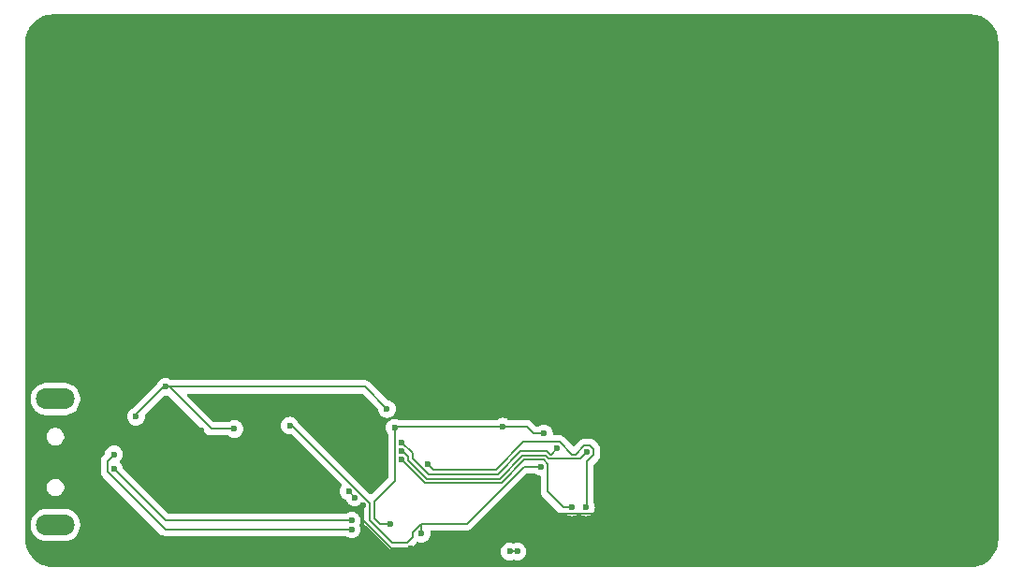
<source format=gbr>
%TF.GenerationSoftware,KiCad,Pcbnew,8.0.3*%
%TF.CreationDate,2024-09-04T14:49:45-07:00*%
%TF.ProjectId,BusinessCard,42757369-6e65-4737-9343-6172642e6b69,rev?*%
%TF.SameCoordinates,Original*%
%TF.FileFunction,Copper,L2,Bot*%
%TF.FilePolarity,Positive*%
%FSLAX46Y46*%
G04 Gerber Fmt 4.6, Leading zero omitted, Abs format (unit mm)*
G04 Created by KiCad (PCBNEW 8.0.3) date 2024-09-04 14:49:45*
%MOMM*%
%LPD*%
G01*
G04 APERTURE LIST*
%TA.AperFunction,ComponentPad*%
%ADD10O,3.500000X1.900000*%
%TD*%
%TA.AperFunction,ViaPad*%
%ADD11C,0.600000*%
%TD*%
%TA.AperFunction,Conductor*%
%ADD12C,0.200000*%
%TD*%
G04 APERTURE END LIST*
D10*
%TO.P,J1,5,Shield*%
%TO.N,GND*%
X189700000Y-114700000D03*
X189700000Y-103300000D03*
%TD*%
D11*
%TO.N,+3V3*%
X238900000Y-113200000D03*
X217550002Y-112950003D03*
X226500000Y-102300000D03*
X233100000Y-113600000D03*
X221900000Y-116800000D03*
X229100000Y-117800000D03*
X202900000Y-106100000D03*
%TO.N,+1V1*%
X233900000Y-106400000D03*
X230200000Y-105800000D03*
X220000000Y-114600000D03*
X220400000Y-105900000D03*
%TO.N,GND*%
X199651583Y-102198039D03*
X216250000Y-111650000D03*
X219700000Y-104200000D03*
X205900000Y-106000000D03*
X197000000Y-104900000D03*
X231500000Y-117100000D03*
X230800000Y-117100000D03*
X216800000Y-112200000D03*
%TO.N,+2V5*%
X210900000Y-105700000D03*
X233600000Y-109400000D03*
X222824265Y-115475735D03*
%TO.N,SPI_MISO*%
X221000000Y-107999997D03*
X237800000Y-108100000D03*
%TO.N,SPI_MOSI*%
X221000000Y-108800000D03*
X236400000Y-113100000D03*
%TO.N,USB_DN*%
X216500000Y-114300000D03*
X195000000Y-109600000D03*
%TO.N,USB_DP*%
X195000000Y-108300000D03*
X216500000Y-115100003D03*
%TO.N,SPI_CLK*%
X237700000Y-113100000D03*
X223355625Y-109175724D03*
%TO.N,SPI_CS*%
X221000000Y-107199994D03*
X235075735Y-107775735D03*
%TD*%
D12*
%TO.N,+3V3*%
X224000000Y-117800000D02*
X228200000Y-117800000D01*
X223000000Y-116800000D02*
X224000000Y-117800000D01*
X229100000Y-117800000D02*
X229100000Y-117700000D01*
X229100000Y-117700000D02*
X228700000Y-117300000D01*
X229400000Y-117300000D02*
X228700000Y-117300000D01*
X238900000Y-113200000D02*
X238400000Y-113700000D01*
X233100000Y-113600000D02*
X229400000Y-117300000D01*
X221900000Y-116800000D02*
X223000000Y-116800000D01*
X217550002Y-114250002D02*
X220100000Y-116800000D01*
X228200000Y-117800000D02*
X228700000Y-117300000D01*
X233200000Y-113700000D02*
X233100000Y-113600000D01*
X238400000Y-113700000D02*
X233200000Y-113700000D01*
X220100000Y-116800000D02*
X221900000Y-116800000D01*
X217550002Y-112950003D02*
X217550002Y-114250002D01*
%TO.N,+1V1*%
X220400000Y-110685790D02*
X220400000Y-105900000D01*
X233900000Y-106400000D02*
X232948529Y-106400000D01*
X220500000Y-105800000D02*
X220400000Y-105900000D01*
X220000000Y-114600000D02*
X219065686Y-114600000D01*
X232948529Y-106400000D02*
X232348529Y-105800000D01*
X230200000Y-105800000D02*
X220500000Y-105800000D01*
X218550002Y-112535788D02*
X220400000Y-110685790D01*
X218550002Y-114084316D02*
X218550002Y-112535788D01*
X232348529Y-105800000D02*
X230200000Y-105800000D01*
X219065686Y-114600000D02*
X218550002Y-114084316D01*
%TO.N,GND*%
X199651583Y-102198039D02*
X199998039Y-102198039D01*
X197000000Y-104700000D02*
X197000000Y-104900000D01*
X199651583Y-102198039D02*
X199501961Y-102198039D01*
X203800000Y-106000000D02*
X205900000Y-106000000D01*
X217698039Y-102198039D02*
X199651583Y-102198039D01*
X199501961Y-102198039D02*
X197000000Y-104700000D01*
X219700000Y-104200000D02*
X217698039Y-102198039D01*
X216250000Y-111650000D02*
X216800000Y-112200000D01*
X199998039Y-102198039D02*
X203800000Y-106000000D01*
X231500000Y-117100000D02*
X230800000Y-117100000D01*
%TO.N,+2V5*%
X226924264Y-114575736D02*
X222824265Y-114575736D01*
X222000001Y-115799999D02*
X221500000Y-116300000D01*
X211148528Y-105700000D02*
X210900000Y-105700000D01*
X220200000Y-116300000D02*
X218150002Y-114250002D01*
X218150002Y-114250002D02*
X218150002Y-112701474D01*
X222000001Y-115400000D02*
X222000001Y-115799999D01*
X233600000Y-109400000D02*
X232100000Y-109400000D01*
X221500000Y-116300000D02*
X220200000Y-116300000D01*
X218150002Y-112701474D02*
X211148528Y-105700000D01*
X222824265Y-115475735D02*
X222824265Y-114575736D01*
X222824265Y-114575736D02*
X222000001Y-115400000D01*
X232100000Y-109400000D02*
X226924264Y-114575736D01*
%TO.N,SPI_MISO*%
X234314215Y-108700000D02*
X234014215Y-108400000D01*
X237200000Y-108700000D02*
X234314215Y-108700000D01*
X223265686Y-110500000D02*
X221600000Y-108834314D01*
X231968628Y-108400000D02*
X229868628Y-110500000D01*
X229868628Y-110500000D02*
X223265686Y-110500000D01*
X221600000Y-108551471D02*
X221248529Y-108200000D01*
X221600000Y-108834314D02*
X221600000Y-108551471D01*
X237800000Y-108100000D02*
X237200000Y-108700000D01*
X234014215Y-108400000D02*
X231968628Y-108400000D01*
X221200003Y-108200000D02*
X221000000Y-107999997D01*
X221248529Y-108200000D02*
X221200003Y-108200000D01*
%TO.N,SPI_MOSI*%
X230034314Y-110900000D02*
X232134314Y-108800000D01*
X223100000Y-110900000D02*
X230034314Y-110900000D01*
X232134314Y-108800000D02*
X233848529Y-108800000D01*
X234200000Y-111675736D02*
X235624264Y-113100000D01*
X234200000Y-109151471D02*
X234200000Y-111675736D01*
X221000000Y-108800000D02*
X223100000Y-110900000D01*
X233848529Y-108800000D02*
X234200000Y-109151471D01*
X235624264Y-113100000D02*
X236400000Y-113100000D01*
%TO.N,USB_DN*%
X199700000Y-114300000D02*
X195000000Y-109600000D01*
X216500000Y-114300000D02*
X199700000Y-114300000D01*
%TO.N,USB_DP*%
X194400000Y-109848529D02*
X194400000Y-108900000D01*
X216500000Y-115100003D02*
X199651474Y-115100003D01*
X194400000Y-108900000D02*
X195000000Y-108300000D01*
X199651474Y-115100003D02*
X194400000Y-109848529D01*
%TO.N,SPI_CLK*%
X238400000Y-108348529D02*
X237800000Y-108948529D01*
X235324264Y-107175735D02*
X236448529Y-108300000D01*
X238048529Y-107500000D02*
X238400000Y-107851471D01*
X232061521Y-107175735D02*
X235324264Y-107175735D01*
X238400000Y-107851471D02*
X238400000Y-108348529D01*
X223879901Y-109700000D02*
X229537256Y-109700000D01*
X237800000Y-113000000D02*
X237700000Y-113100000D01*
X237551471Y-107500000D02*
X238048529Y-107500000D01*
X229537256Y-109700000D02*
X232061521Y-107175735D01*
X237800000Y-108948529D02*
X237800000Y-113000000D01*
X223355625Y-109175724D02*
X223879901Y-109700000D01*
X236448529Y-108300000D02*
X236751471Y-108300000D01*
X236751471Y-108300000D02*
X237551471Y-107500000D01*
%TO.N,SPI_CS*%
X231802942Y-108000000D02*
X229702942Y-110100000D01*
X222000000Y-108668628D02*
X222000000Y-108151468D01*
X223431372Y-110100000D02*
X222000000Y-108668628D01*
X235075735Y-107775735D02*
X234551470Y-108300000D01*
X234179901Y-108000000D02*
X231802942Y-108000000D01*
X221048526Y-107199994D02*
X221000000Y-107199994D01*
X234551470Y-108300000D02*
X234479901Y-108300000D01*
X234479901Y-108300000D02*
X234179901Y-108000000D01*
X222000000Y-108151468D02*
X221048526Y-107199994D01*
X229702942Y-110100000D02*
X223431372Y-110100000D01*
%TD*%
%TA.AperFunction,Conductor*%
%TO.N,+3V3*%
G36*
X272503736Y-68500726D02*
G01*
X272793796Y-68518271D01*
X272808659Y-68520076D01*
X273090798Y-68571780D01*
X273105335Y-68575363D01*
X273379172Y-68660695D01*
X273393163Y-68666000D01*
X273654743Y-68783727D01*
X273667989Y-68790680D01*
X273913465Y-68939075D01*
X273925776Y-68947573D01*
X274151573Y-69124473D01*
X274162781Y-69134403D01*
X274365596Y-69337218D01*
X274375526Y-69348426D01*
X274495481Y-69501538D01*
X274552422Y-69574217D01*
X274560928Y-69586540D01*
X274709316Y-69832004D01*
X274716275Y-69845263D01*
X274833997Y-70106831D01*
X274839306Y-70120832D01*
X274924635Y-70394663D01*
X274928219Y-70409201D01*
X274979923Y-70691340D01*
X274981728Y-70706205D01*
X274999274Y-70996263D01*
X274999500Y-71003750D01*
X274999500Y-115996249D01*
X274999274Y-116003736D01*
X274981728Y-116293794D01*
X274979923Y-116308659D01*
X274928219Y-116590798D01*
X274924635Y-116605336D01*
X274839306Y-116879167D01*
X274833997Y-116893168D01*
X274716275Y-117154736D01*
X274709316Y-117167995D01*
X274560928Y-117413459D01*
X274552422Y-117425782D01*
X274375526Y-117651573D01*
X274365596Y-117662781D01*
X274162781Y-117865596D01*
X274151573Y-117875526D01*
X273925782Y-118052422D01*
X273913459Y-118060928D01*
X273667995Y-118209316D01*
X273654736Y-118216275D01*
X273393168Y-118333997D01*
X273379167Y-118339306D01*
X273105336Y-118424635D01*
X273090798Y-118428219D01*
X272808659Y-118479923D01*
X272793794Y-118481728D01*
X272503736Y-118499274D01*
X272496249Y-118499500D01*
X189503751Y-118499500D01*
X189496264Y-118499274D01*
X189206205Y-118481728D01*
X189191340Y-118479923D01*
X188909201Y-118428219D01*
X188894663Y-118424635D01*
X188620832Y-118339306D01*
X188606831Y-118333997D01*
X188345263Y-118216275D01*
X188332004Y-118209316D01*
X188086540Y-118060928D01*
X188074217Y-118052422D01*
X187848426Y-117875526D01*
X187837218Y-117865596D01*
X187634403Y-117662781D01*
X187624473Y-117651573D01*
X187585840Y-117602262D01*
X187447573Y-117425776D01*
X187439075Y-117413465D01*
X187290680Y-117167989D01*
X187283727Y-117154743D01*
X187259088Y-117099996D01*
X229994435Y-117099996D01*
X229994435Y-117100003D01*
X230014630Y-117279249D01*
X230014631Y-117279254D01*
X230074211Y-117449523D01*
X230104962Y-117498462D01*
X230170184Y-117602262D01*
X230297738Y-117729816D01*
X230450478Y-117825789D01*
X230592618Y-117875526D01*
X230620745Y-117885368D01*
X230620750Y-117885369D01*
X230799996Y-117905565D01*
X230800000Y-117905565D01*
X230800004Y-117905565D01*
X230979249Y-117885369D01*
X230979251Y-117885368D01*
X230979255Y-117885368D01*
X230979258Y-117885366D01*
X230979262Y-117885366D01*
X231109045Y-117839953D01*
X231178824Y-117836391D01*
X231190955Y-117839953D01*
X231320737Y-117885366D01*
X231320743Y-117885367D01*
X231320745Y-117885368D01*
X231320746Y-117885368D01*
X231320750Y-117885369D01*
X231499996Y-117905565D01*
X231500000Y-117905565D01*
X231500004Y-117905565D01*
X231679249Y-117885369D01*
X231679252Y-117885368D01*
X231679255Y-117885368D01*
X231849522Y-117825789D01*
X232002262Y-117729816D01*
X232129816Y-117602262D01*
X232225789Y-117449522D01*
X232285368Y-117279255D01*
X232305565Y-117100000D01*
X232285368Y-116920745D01*
X232225789Y-116750478D01*
X232129816Y-116597738D01*
X232002262Y-116470184D01*
X231849523Y-116374211D01*
X231679254Y-116314631D01*
X231679249Y-116314630D01*
X231500004Y-116294435D01*
X231499996Y-116294435D01*
X231320750Y-116314630D01*
X231320742Y-116314632D01*
X231190954Y-116360047D01*
X231121175Y-116363608D01*
X231109046Y-116360047D01*
X230979257Y-116314632D01*
X230979249Y-116314630D01*
X230800004Y-116294435D01*
X230799996Y-116294435D01*
X230620750Y-116314630D01*
X230620745Y-116314631D01*
X230450476Y-116374211D01*
X230297737Y-116470184D01*
X230170184Y-116597737D01*
X230074211Y-116750476D01*
X230014631Y-116920745D01*
X230014630Y-116920750D01*
X229994435Y-117099996D01*
X187259088Y-117099996D01*
X187166000Y-116893163D01*
X187160693Y-116879167D01*
X187154588Y-116859576D01*
X187075363Y-116605335D01*
X187071780Y-116590798D01*
X187020076Y-116308659D01*
X187018271Y-116293794D01*
X187016293Y-116261101D01*
X187000726Y-116003736D01*
X187000500Y-115996249D01*
X187000500Y-114585837D01*
X187449500Y-114585837D01*
X187449500Y-114814162D01*
X187485215Y-115039660D01*
X187555770Y-115256803D01*
X187631521Y-115405471D01*
X187659421Y-115460228D01*
X187793621Y-115644937D01*
X187955063Y-115806379D01*
X188139772Y-115940579D01*
X188213209Y-115977997D01*
X188343196Y-116044229D01*
X188343198Y-116044229D01*
X188343201Y-116044231D01*
X188459592Y-116082049D01*
X188560339Y-116114784D01*
X188785838Y-116150500D01*
X188785843Y-116150500D01*
X190614162Y-116150500D01*
X190839660Y-116114784D01*
X190868079Y-116105550D01*
X191056799Y-116044231D01*
X191260228Y-115940579D01*
X191444937Y-115806379D01*
X191606379Y-115644937D01*
X191740579Y-115460228D01*
X191844231Y-115256799D01*
X191914784Y-115039660D01*
X191916111Y-115031282D01*
X191950500Y-114814162D01*
X191950500Y-114585837D01*
X191914784Y-114360339D01*
X191864967Y-114207020D01*
X191844231Y-114143201D01*
X191844229Y-114143198D01*
X191844229Y-114143196D01*
X191789550Y-114035884D01*
X191740579Y-113939772D01*
X191606379Y-113755063D01*
X191444937Y-113593621D01*
X191260228Y-113459421D01*
X191240800Y-113449522D01*
X191056803Y-113355770D01*
X190839660Y-113285215D01*
X190614162Y-113249500D01*
X190614157Y-113249500D01*
X188785843Y-113249500D01*
X188785838Y-113249500D01*
X188560339Y-113285215D01*
X188343196Y-113355770D01*
X188139771Y-113459421D01*
X187955061Y-113593622D01*
X187793622Y-113755061D01*
X187659421Y-113939771D01*
X187555770Y-114143196D01*
X187485215Y-114360339D01*
X187449500Y-114585837D01*
X187000500Y-114585837D01*
X187000500Y-111221153D01*
X188899500Y-111221153D01*
X188899500Y-111378846D01*
X188930261Y-111533489D01*
X188930264Y-111533501D01*
X188990602Y-111679172D01*
X188990609Y-111679185D01*
X189078210Y-111810288D01*
X189078213Y-111810292D01*
X189189707Y-111921786D01*
X189189711Y-111921789D01*
X189320814Y-112009390D01*
X189320827Y-112009397D01*
X189466498Y-112069735D01*
X189466503Y-112069737D01*
X189621153Y-112100499D01*
X189621156Y-112100500D01*
X189621158Y-112100500D01*
X189778844Y-112100500D01*
X189778845Y-112100499D01*
X189933497Y-112069737D01*
X190079179Y-112009394D01*
X190210289Y-111921789D01*
X190321789Y-111810289D01*
X190409394Y-111679179D01*
X190469737Y-111533497D01*
X190500500Y-111378842D01*
X190500500Y-111221158D01*
X190500500Y-111221155D01*
X190500499Y-111221153D01*
X190469738Y-111066510D01*
X190469737Y-111066503D01*
X190428814Y-110967705D01*
X190409397Y-110920827D01*
X190409390Y-110920814D01*
X190321789Y-110789711D01*
X190321786Y-110789707D01*
X190210292Y-110678213D01*
X190210288Y-110678210D01*
X190079185Y-110590609D01*
X190079172Y-110590602D01*
X189933501Y-110530264D01*
X189933489Y-110530261D01*
X189778845Y-110499500D01*
X189778842Y-110499500D01*
X189621158Y-110499500D01*
X189621155Y-110499500D01*
X189466510Y-110530261D01*
X189466498Y-110530264D01*
X189320827Y-110590602D01*
X189320814Y-110590609D01*
X189189711Y-110678210D01*
X189189707Y-110678213D01*
X189078213Y-110789707D01*
X189078210Y-110789711D01*
X188990609Y-110920814D01*
X188990602Y-110920827D01*
X188930264Y-111066498D01*
X188930261Y-111066510D01*
X188899500Y-111221153D01*
X187000500Y-111221153D01*
X187000500Y-109927583D01*
X193799498Y-109927583D01*
X193799499Y-109927586D01*
X193840423Y-110080314D01*
X193843296Y-110085290D01*
X193843297Y-110085291D01*
X193843297Y-110085292D01*
X193919477Y-110217241D01*
X193919481Y-110217246D01*
X194038349Y-110336114D01*
X194038354Y-110336118D01*
X199282758Y-115580523D01*
X199282760Y-115580524D01*
X199282764Y-115580527D01*
X199394327Y-115644937D01*
X199419690Y-115659580D01*
X199572417Y-115700504D01*
X199572419Y-115700504D01*
X199738128Y-115700504D01*
X199738144Y-115700503D01*
X215917588Y-115700503D01*
X215984627Y-115720188D01*
X215994903Y-115727558D01*
X215997736Y-115729817D01*
X215997738Y-115729819D01*
X216111270Y-115801155D01*
X216149626Y-115825257D01*
X216150478Y-115825792D01*
X216320745Y-115885371D01*
X216320750Y-115885372D01*
X216499996Y-115905568D01*
X216500000Y-115905568D01*
X216500004Y-115905568D01*
X216679249Y-115885372D01*
X216679252Y-115885371D01*
X216679255Y-115885371D01*
X216849522Y-115825792D01*
X217002262Y-115729819D01*
X217129816Y-115602265D01*
X217225789Y-115449525D01*
X217285368Y-115279258D01*
X217287898Y-115256803D01*
X217305565Y-115100006D01*
X217305565Y-115099999D01*
X217285369Y-114920753D01*
X217285368Y-114920748D01*
X217223489Y-114743908D01*
X217225635Y-114743156D01*
X217216037Y-114684857D01*
X217224391Y-114656410D01*
X217223489Y-114656095D01*
X217285366Y-114479262D01*
X217285369Y-114479249D01*
X217302636Y-114325999D01*
X217312836Y-114301723D01*
X217306524Y-114291901D01*
X217302281Y-114270849D01*
X217285369Y-114120750D01*
X217285368Y-114120745D01*
X217225789Y-113950478D01*
X217219061Y-113939771D01*
X217153594Y-113835581D01*
X217129816Y-113797738D01*
X217002262Y-113670184D01*
X216985381Y-113659577D01*
X216849523Y-113574211D01*
X216679254Y-113514631D01*
X216679249Y-113514630D01*
X216500004Y-113494435D01*
X216499996Y-113494435D01*
X216320750Y-113514630D01*
X216320745Y-113514631D01*
X216150476Y-113574211D01*
X215997736Y-113670185D01*
X215994903Y-113672445D01*
X215992724Y-113673334D01*
X215991842Y-113673889D01*
X215991744Y-113673734D01*
X215930217Y-113698855D01*
X215917588Y-113699500D01*
X200000098Y-113699500D01*
X199933059Y-113679815D01*
X199912417Y-113663181D01*
X195830700Y-109581465D01*
X195797215Y-109520142D01*
X195795163Y-109507686D01*
X195785368Y-109420745D01*
X195725789Y-109250478D01*
X195629816Y-109097738D01*
X195569759Y-109037681D01*
X195536274Y-108976358D01*
X195541258Y-108906666D01*
X195569759Y-108862319D01*
X195592825Y-108839253D01*
X195629816Y-108802262D01*
X195725789Y-108649522D01*
X195785368Y-108479255D01*
X195785369Y-108479249D01*
X195805565Y-108300003D01*
X195805565Y-108299996D01*
X195785369Y-108120750D01*
X195785368Y-108120745D01*
X195725788Y-107950476D01*
X195629815Y-107797737D01*
X195502262Y-107670184D01*
X195349523Y-107574211D01*
X195179254Y-107514631D01*
X195179249Y-107514630D01*
X195000004Y-107494435D01*
X194999996Y-107494435D01*
X194820750Y-107514630D01*
X194820745Y-107514631D01*
X194650476Y-107574211D01*
X194497737Y-107670184D01*
X194370184Y-107797737D01*
X194274210Y-107950478D01*
X194214630Y-108120750D01*
X194204837Y-108207668D01*
X194177770Y-108272082D01*
X194169299Y-108281465D01*
X194031286Y-108419478D01*
X193919481Y-108531282D01*
X193919475Y-108531290D01*
X193878501Y-108602261D01*
X193878501Y-108602262D01*
X193840423Y-108668215D01*
X193799499Y-108820943D01*
X193799499Y-108820945D01*
X193799499Y-108989046D01*
X193799500Y-108989059D01*
X193799500Y-109761859D01*
X193799499Y-109761877D01*
X193799499Y-109927583D01*
X193799498Y-109927583D01*
X187000500Y-109927583D01*
X187000500Y-106621153D01*
X188899500Y-106621153D01*
X188899500Y-106778846D01*
X188930261Y-106933489D01*
X188930264Y-106933501D01*
X188990602Y-107079172D01*
X188990609Y-107079185D01*
X189078210Y-107210288D01*
X189078213Y-107210292D01*
X189189707Y-107321786D01*
X189189711Y-107321789D01*
X189320814Y-107409390D01*
X189320827Y-107409397D01*
X189466498Y-107469735D01*
X189466503Y-107469737D01*
X189621153Y-107500499D01*
X189621156Y-107500500D01*
X189621158Y-107500500D01*
X189778844Y-107500500D01*
X189778845Y-107500499D01*
X189933497Y-107469737D01*
X190079179Y-107409394D01*
X190210289Y-107321789D01*
X190321789Y-107210289D01*
X190409394Y-107079179D01*
X190469737Y-106933497D01*
X190500500Y-106778842D01*
X190500500Y-106621158D01*
X190500500Y-106621155D01*
X190500499Y-106621153D01*
X190488250Y-106559575D01*
X190469737Y-106466503D01*
X190469735Y-106466498D01*
X190409397Y-106320827D01*
X190409390Y-106320814D01*
X190321789Y-106189711D01*
X190321786Y-106189707D01*
X190210292Y-106078213D01*
X190210288Y-106078210D01*
X190079185Y-105990609D01*
X190079172Y-105990602D01*
X189933501Y-105930264D01*
X189933489Y-105930261D01*
X189778845Y-105899500D01*
X189778842Y-105899500D01*
X189621158Y-105899500D01*
X189621155Y-105899500D01*
X189466510Y-105930261D01*
X189466498Y-105930264D01*
X189320827Y-105990602D01*
X189320814Y-105990609D01*
X189189711Y-106078210D01*
X189189707Y-106078213D01*
X189078213Y-106189707D01*
X189078210Y-106189711D01*
X188990609Y-106320814D01*
X188990602Y-106320827D01*
X188930264Y-106466498D01*
X188930261Y-106466510D01*
X188899500Y-106621153D01*
X187000500Y-106621153D01*
X187000500Y-104899996D01*
X196194435Y-104899996D01*
X196194435Y-104900003D01*
X196214630Y-105079249D01*
X196214631Y-105079254D01*
X196274211Y-105249523D01*
X196337646Y-105350478D01*
X196370184Y-105402262D01*
X196497738Y-105529816D01*
X196588080Y-105586582D01*
X196632721Y-105614632D01*
X196650478Y-105625789D01*
X196788860Y-105674211D01*
X196820745Y-105685368D01*
X196820750Y-105685369D01*
X196999996Y-105705565D01*
X197000000Y-105705565D01*
X197000004Y-105705565D01*
X197179249Y-105685369D01*
X197179252Y-105685368D01*
X197179255Y-105685368D01*
X197349522Y-105625789D01*
X197502262Y-105529816D01*
X197629816Y-105402262D01*
X197725789Y-105249522D01*
X197785368Y-105079255D01*
X197785369Y-105079249D01*
X197805565Y-104900003D01*
X197805565Y-104899997D01*
X197796420Y-104818839D01*
X197808474Y-104750018D01*
X197831956Y-104717277D01*
X199514135Y-103035098D01*
X199575456Y-103001615D01*
X199615698Y-102999561D01*
X199651580Y-103003604D01*
X199651583Y-103003604D01*
X199651587Y-103003604D01*
X199830832Y-102983408D01*
X199830833Y-102983407D01*
X199830838Y-102983407D01*
X199833844Y-102982354D01*
X199835909Y-102982249D01*
X199837620Y-102981859D01*
X199837688Y-102982158D01*
X199903621Y-102978792D01*
X199962480Y-103011715D01*
X203315139Y-106364374D01*
X203315149Y-106364385D01*
X203319479Y-106368715D01*
X203319480Y-106368716D01*
X203431284Y-106480520D01*
X203509693Y-106525789D01*
X203568215Y-106559577D01*
X203720943Y-106600501D01*
X203720946Y-106600501D01*
X203886654Y-106600501D01*
X203886670Y-106600500D01*
X205317588Y-106600500D01*
X205384627Y-106620185D01*
X205394903Y-106627555D01*
X205397736Y-106629814D01*
X205397738Y-106629816D01*
X205550478Y-106725789D01*
X205702106Y-106778846D01*
X205720745Y-106785368D01*
X205720750Y-106785369D01*
X205899996Y-106805565D01*
X205900000Y-106805565D01*
X205900004Y-106805565D01*
X206079249Y-106785369D01*
X206079252Y-106785368D01*
X206079255Y-106785368D01*
X206249522Y-106725789D01*
X206402262Y-106629816D01*
X206529816Y-106502262D01*
X206625789Y-106349522D01*
X206685368Y-106179255D01*
X206685369Y-106179249D01*
X206705565Y-106000003D01*
X206705565Y-105999996D01*
X206685369Y-105820750D01*
X206685368Y-105820745D01*
X206645065Y-105705565D01*
X206643116Y-105699996D01*
X210094435Y-105699996D01*
X210094435Y-105700003D01*
X210114630Y-105879249D01*
X210114631Y-105879254D01*
X210174211Y-106049523D01*
X210255724Y-106179249D01*
X210270184Y-106202262D01*
X210397738Y-106329816D01*
X210452737Y-106364374D01*
X210513036Y-106402263D01*
X210550478Y-106425789D01*
X210666818Y-106466498D01*
X210720745Y-106485368D01*
X210720750Y-106485369D01*
X210899996Y-106505565D01*
X210900000Y-106505565D01*
X210900002Y-106505565D01*
X210934485Y-106501679D01*
X211024775Y-106491506D01*
X211093595Y-106503560D01*
X211126338Y-106527045D01*
X215599208Y-110999915D01*
X215632693Y-111061238D01*
X215627709Y-111130930D01*
X215616521Y-111153566D01*
X215608514Y-111166311D01*
X215524211Y-111300476D01*
X215464631Y-111470745D01*
X215464630Y-111470750D01*
X215444435Y-111649996D01*
X215444435Y-111650003D01*
X215464630Y-111829249D01*
X215464631Y-111829254D01*
X215524211Y-111999523D01*
X215587659Y-112100499D01*
X215620184Y-112152262D01*
X215747738Y-112279816D01*
X215838080Y-112336582D01*
X215897966Y-112374211D01*
X215900478Y-112375789D01*
X215972811Y-112401099D01*
X216029587Y-112441821D01*
X216048898Y-112477185D01*
X216074210Y-112549520D01*
X216074210Y-112549522D01*
X216152744Y-112674507D01*
X216170184Y-112702262D01*
X216297738Y-112829816D01*
X216331121Y-112850792D01*
X216442450Y-112920745D01*
X216450478Y-112925789D01*
X216591724Y-112975213D01*
X216620745Y-112985368D01*
X216620750Y-112985369D01*
X216799996Y-113005565D01*
X216800000Y-113005565D01*
X216800004Y-113005565D01*
X216979249Y-112985369D01*
X216979252Y-112985368D01*
X216979255Y-112985368D01*
X217149522Y-112925789D01*
X217296432Y-112833478D01*
X217363668Y-112814479D01*
X217430504Y-112834847D01*
X217450085Y-112850792D01*
X217513183Y-112913890D01*
X217546668Y-112975213D01*
X217549502Y-113001571D01*
X217549502Y-114163332D01*
X217549501Y-114163350D01*
X217549501Y-114256966D01*
X217537608Y-114297468D01*
X217547996Y-114318488D01*
X217548795Y-114323695D01*
X217549500Y-114329055D01*
X217549501Y-114329058D01*
X217549501Y-114329059D01*
X217590425Y-114481787D01*
X217613032Y-114520943D01*
X217650502Y-114585843D01*
X217669481Y-114618716D01*
X217669483Y-114618719D01*
X217788351Y-114737587D01*
X217788357Y-114737592D01*
X219715139Y-116664374D01*
X219715149Y-116664385D01*
X219719479Y-116668715D01*
X219719480Y-116668716D01*
X219831284Y-116780520D01*
X219918095Y-116830639D01*
X219918097Y-116830641D01*
X219954361Y-116851578D01*
X219968215Y-116859577D01*
X220120943Y-116900501D01*
X220120946Y-116900501D01*
X220286653Y-116900501D01*
X220286669Y-116900500D01*
X221413331Y-116900500D01*
X221413347Y-116900501D01*
X221420943Y-116900501D01*
X221579054Y-116900501D01*
X221579057Y-116900501D01*
X221731785Y-116859577D01*
X221781904Y-116830639D01*
X221868716Y-116780520D01*
X221980520Y-116668716D01*
X221980520Y-116668714D01*
X221990728Y-116658507D01*
X221990730Y-116658504D01*
X222358505Y-116290728D01*
X222358515Y-116290721D01*
X222399624Y-116249612D01*
X222460946Y-116216126D01*
X222528261Y-116220251D01*
X222645002Y-116261101D01*
X222645008Y-116261102D01*
X222645010Y-116261103D01*
X222645011Y-116261103D01*
X222645015Y-116261104D01*
X222824261Y-116281300D01*
X222824265Y-116281300D01*
X222824269Y-116281300D01*
X223003514Y-116261104D01*
X223003517Y-116261103D01*
X223003520Y-116261103D01*
X223173787Y-116201524D01*
X223326527Y-116105551D01*
X223454081Y-115977997D01*
X223550054Y-115825257D01*
X223609633Y-115654990D01*
X223618023Y-115580527D01*
X223629830Y-115475738D01*
X223629830Y-115475731D01*
X223611621Y-115314119D01*
X223623676Y-115245297D01*
X223671025Y-115193918D01*
X223734841Y-115176236D01*
X226837595Y-115176236D01*
X226837611Y-115176237D01*
X226845207Y-115176237D01*
X227003318Y-115176237D01*
X227003321Y-115176237D01*
X227156049Y-115135313D01*
X227206168Y-115106375D01*
X227292980Y-115056256D01*
X227404784Y-114944452D01*
X227404784Y-114944450D01*
X227414992Y-114934243D01*
X227414993Y-114934240D01*
X232312416Y-110036819D01*
X232373739Y-110003334D01*
X232400097Y-110000500D01*
X233017588Y-110000500D01*
X233084627Y-110020185D01*
X233094903Y-110027555D01*
X233097736Y-110029814D01*
X233097738Y-110029816D01*
X233250478Y-110125789D01*
X233420745Y-110185368D01*
X233489384Y-110193101D01*
X233553796Y-110220166D01*
X233593352Y-110277760D01*
X233599500Y-110316321D01*
X233599500Y-111589066D01*
X233599499Y-111589084D01*
X233599499Y-111754790D01*
X233599498Y-111754790D01*
X233640423Y-111907521D01*
X233644856Y-111915200D01*
X233667560Y-111954523D01*
X233699241Y-112009397D01*
X233719479Y-112044450D01*
X233719481Y-112044453D01*
X233838349Y-112163321D01*
X233838355Y-112163326D01*
X235139403Y-113464374D01*
X235139413Y-113464385D01*
X235143743Y-113468715D01*
X235143744Y-113468716D01*
X235255548Y-113580520D01*
X235255550Y-113580521D01*
X235255554Y-113580524D01*
X235360750Y-113641258D01*
X235392480Y-113659577D01*
X235495959Y-113687304D01*
X235545206Y-113700500D01*
X235545207Y-113700500D01*
X235817588Y-113700500D01*
X235884627Y-113720185D01*
X235894903Y-113727555D01*
X235897736Y-113729814D01*
X235897738Y-113729816D01*
X236005834Y-113797737D01*
X236032718Y-113814630D01*
X236050478Y-113825789D01*
X236182256Y-113871900D01*
X236220745Y-113885368D01*
X236220750Y-113885369D01*
X236399996Y-113905565D01*
X236400000Y-113905565D01*
X236400004Y-113905565D01*
X236579249Y-113885369D01*
X236579252Y-113885368D01*
X236579255Y-113885368D01*
X236749522Y-113825789D01*
X236902262Y-113729816D01*
X236962319Y-113669759D01*
X237023642Y-113636274D01*
X237093334Y-113641258D01*
X237137681Y-113669759D01*
X237197738Y-113729816D01*
X237284320Y-113784219D01*
X237332721Y-113814632D01*
X237350478Y-113825789D01*
X237482256Y-113871900D01*
X237520745Y-113885368D01*
X237520750Y-113885369D01*
X237699996Y-113905565D01*
X237700000Y-113905565D01*
X237700004Y-113905565D01*
X237879249Y-113885369D01*
X237879252Y-113885368D01*
X237879255Y-113885368D01*
X238049522Y-113825789D01*
X238202262Y-113729816D01*
X238329816Y-113602262D01*
X238425789Y-113449522D01*
X238485368Y-113279255D01*
X238505565Y-113100000D01*
X238492649Y-112985369D01*
X238485369Y-112920750D01*
X238485366Y-112920737D01*
X238425790Y-112750479D01*
X238419506Y-112740478D01*
X238400500Y-112674507D01*
X238400500Y-109248625D01*
X238420185Y-109181586D01*
X238436815Y-109160948D01*
X238758506Y-108839256D01*
X238758511Y-108839253D01*
X238768714Y-108829049D01*
X238768716Y-108829049D01*
X238880520Y-108717245D01*
X238930998Y-108629813D01*
X238959577Y-108580314D01*
X239000500Y-108427586D01*
X239000500Y-108269472D01*
X239000500Y-107772414D01*
X238980963Y-107699500D01*
X238959577Y-107619686D01*
X238916140Y-107544451D01*
X238880520Y-107482755D01*
X238768716Y-107370951D01*
X238768715Y-107370950D01*
X238764385Y-107366620D01*
X238764374Y-107366610D01*
X238536119Y-107138355D01*
X238536117Y-107138352D01*
X238417246Y-107019481D01*
X238417245Y-107019480D01*
X238313489Y-106959577D01*
X238313488Y-106959576D01*
X238280312Y-106940422D01*
X238224410Y-106925443D01*
X238127586Y-106899499D01*
X237969472Y-106899499D01*
X237961876Y-106899499D01*
X237961860Y-106899500D01*
X237638140Y-106899500D01*
X237638124Y-106899499D01*
X237630528Y-106899499D01*
X237472414Y-106899499D01*
X237392481Y-106920917D01*
X237319687Y-106940422D01*
X237286509Y-106959578D01*
X237286508Y-106959577D01*
X237182758Y-107019477D01*
X237182753Y-107019481D01*
X237070949Y-107131286D01*
X236687680Y-107514554D01*
X236626357Y-107548039D01*
X236556665Y-107543055D01*
X236512318Y-107514554D01*
X235811854Y-106814090D01*
X235811852Y-106814087D01*
X235692981Y-106695216D01*
X235692980Y-106695215D01*
X235583116Y-106631785D01*
X235583114Y-106631784D01*
X235556049Y-106616158D01*
X235556048Y-106616157D01*
X235556047Y-106616157D01*
X235497613Y-106600500D01*
X235403321Y-106575234D01*
X235245207Y-106575234D01*
X235237611Y-106575234D01*
X235237595Y-106575235D01*
X234824577Y-106575235D01*
X234757538Y-106555550D01*
X234711783Y-106502746D01*
X234701357Y-106437352D01*
X234705565Y-106400003D01*
X234705565Y-106399996D01*
X234685369Y-106220750D01*
X234685368Y-106220745D01*
X234625789Y-106050478D01*
X234625188Y-106049522D01*
X234550253Y-105930263D01*
X234529816Y-105897738D01*
X234402262Y-105770184D01*
X234391117Y-105763181D01*
X234249523Y-105674211D01*
X234079254Y-105614631D01*
X234079249Y-105614630D01*
X233900004Y-105594435D01*
X233899996Y-105594435D01*
X233720750Y-105614630D01*
X233720745Y-105614631D01*
X233550476Y-105674211D01*
X233397736Y-105770185D01*
X233394903Y-105772445D01*
X233392724Y-105773334D01*
X233391842Y-105773889D01*
X233391744Y-105773734D01*
X233330217Y-105798855D01*
X233317588Y-105799500D01*
X233248626Y-105799500D01*
X233181587Y-105779815D01*
X233160945Y-105763181D01*
X232836119Y-105438355D01*
X232836117Y-105438352D01*
X232717246Y-105319481D01*
X232717245Y-105319480D01*
X232613489Y-105259577D01*
X232613488Y-105259576D01*
X232580312Y-105240422D01*
X232524410Y-105225443D01*
X232427586Y-105199499D01*
X232269472Y-105199499D01*
X232261876Y-105199499D01*
X232261860Y-105199500D01*
X230782412Y-105199500D01*
X230715373Y-105179815D01*
X230705097Y-105172445D01*
X230702263Y-105170185D01*
X230702262Y-105170184D01*
X230613850Y-105114631D01*
X230549523Y-105074211D01*
X230379254Y-105014631D01*
X230379249Y-105014630D01*
X230200004Y-104994435D01*
X230199996Y-104994435D01*
X230020750Y-105014630D01*
X230020745Y-105014631D01*
X229850476Y-105074211D01*
X229697736Y-105170185D01*
X229694903Y-105172445D01*
X229692724Y-105173334D01*
X229691842Y-105173889D01*
X229691744Y-105173734D01*
X229630217Y-105198855D01*
X229617588Y-105199500D01*
X220825494Y-105199500D01*
X220759523Y-105180494D01*
X220749525Y-105174212D01*
X220579254Y-105114631D01*
X220579249Y-105114630D01*
X220400004Y-105094435D01*
X220399996Y-105094435D01*
X220220750Y-105114630D01*
X220220742Y-105114632D01*
X220194860Y-105123689D01*
X220125081Y-105127250D01*
X220065589Y-105093171D01*
X220061368Y-105139043D01*
X220018366Y-105194112D01*
X220012066Y-105198345D01*
X219897740Y-105270182D01*
X219897737Y-105270184D01*
X219770184Y-105397737D01*
X219674211Y-105550476D01*
X219614631Y-105720745D01*
X219614630Y-105720750D01*
X219594435Y-105899996D01*
X219594435Y-105900003D01*
X219614630Y-106079249D01*
X219614631Y-106079254D01*
X219674211Y-106249523D01*
X219719007Y-106320814D01*
X219769482Y-106401145D01*
X219770185Y-106402263D01*
X219772445Y-106405097D01*
X219773334Y-106407275D01*
X219773889Y-106408158D01*
X219773734Y-106408255D01*
X219798855Y-106469783D01*
X219799500Y-106482412D01*
X219799500Y-110385693D01*
X219779815Y-110452732D01*
X219763181Y-110473374D01*
X218354840Y-111881715D01*
X218293517Y-111915200D01*
X218223825Y-111910216D01*
X218179478Y-111881715D01*
X211636118Y-105338355D01*
X211636116Y-105338352D01*
X211597708Y-105299944D01*
X211580395Y-105278235D01*
X211575336Y-105270184D01*
X211529816Y-105197738D01*
X211402262Y-105070184D01*
X211313852Y-105014632D01*
X211249523Y-104974211D01*
X211079254Y-104914631D01*
X211079249Y-104914630D01*
X210900004Y-104894435D01*
X210899996Y-104894435D01*
X210720750Y-104914630D01*
X210720745Y-104914631D01*
X210550476Y-104974211D01*
X210397737Y-105070184D01*
X210270184Y-105197737D01*
X210174211Y-105350476D01*
X210114631Y-105520745D01*
X210114630Y-105520750D01*
X210094435Y-105699996D01*
X206643116Y-105699996D01*
X206625789Y-105650478D01*
X206603265Y-105614632D01*
X206562955Y-105550478D01*
X206529816Y-105497738D01*
X206402262Y-105370184D01*
X206370897Y-105350476D01*
X206249523Y-105274211D01*
X206079254Y-105214631D01*
X206079249Y-105214630D01*
X205900004Y-105194435D01*
X205899996Y-105194435D01*
X205720750Y-105214630D01*
X205720745Y-105214631D01*
X205550476Y-105274211D01*
X205397736Y-105370185D01*
X205394903Y-105372445D01*
X205392724Y-105373334D01*
X205391842Y-105373889D01*
X205391744Y-105373734D01*
X205330217Y-105398855D01*
X205317588Y-105399500D01*
X204100097Y-105399500D01*
X204033058Y-105379815D01*
X204012416Y-105363181D01*
X201659455Y-103010220D01*
X201625970Y-102948897D01*
X201630954Y-102879205D01*
X201672826Y-102823272D01*
X201738290Y-102798855D01*
X201747136Y-102798539D01*
X217397942Y-102798539D01*
X217464981Y-102818224D01*
X217485623Y-102834858D01*
X218869298Y-104218533D01*
X218902783Y-104279856D01*
X218904837Y-104292330D01*
X218914630Y-104379249D01*
X218974210Y-104549521D01*
X219033719Y-104644229D01*
X219070184Y-104702262D01*
X219197738Y-104829816D01*
X219288080Y-104886582D01*
X219332721Y-104914632D01*
X219350478Y-104925789D01*
X219520739Y-104985366D01*
X219520745Y-104985368D01*
X219520750Y-104985369D01*
X219699996Y-105005565D01*
X219700000Y-105005565D01*
X219700004Y-105005565D01*
X219879249Y-104985369D01*
X219879251Y-104985368D01*
X219879255Y-104985368D01*
X219905135Y-104976311D01*
X219974913Y-104972748D01*
X220034409Y-105006826D01*
X220038633Y-104960952D01*
X220081636Y-104905884D01*
X220087934Y-104901653D01*
X220090565Y-104900000D01*
X220202262Y-104829816D01*
X220329816Y-104702262D01*
X220425789Y-104549522D01*
X220485368Y-104379255D01*
X220495162Y-104292330D01*
X220505565Y-104200003D01*
X220505565Y-104199996D01*
X220485369Y-104020750D01*
X220485368Y-104020745D01*
X220425788Y-103850476D01*
X220329815Y-103697737D01*
X220202262Y-103570184D01*
X220049521Y-103474210D01*
X219879249Y-103414630D01*
X219792330Y-103404837D01*
X219727916Y-103377770D01*
X219718533Y-103369298D01*
X218185629Y-101836394D01*
X218185627Y-101836391D01*
X218066756Y-101717520D01*
X218066748Y-101717514D01*
X217964975Y-101658756D01*
X217964973Y-101658755D01*
X217929829Y-101638464D01*
X217929828Y-101638463D01*
X217917302Y-101635106D01*
X217777096Y-101597538D01*
X217618982Y-101597538D01*
X217611386Y-101597538D01*
X217611370Y-101597539D01*
X200233995Y-101597539D01*
X200166956Y-101577854D01*
X200156680Y-101570484D01*
X200153846Y-101568224D01*
X200153845Y-101568223D01*
X200097079Y-101532554D01*
X200001106Y-101472250D01*
X199830837Y-101412670D01*
X199830832Y-101412669D01*
X199651587Y-101392474D01*
X199651579Y-101392474D01*
X199472333Y-101412669D01*
X199472328Y-101412670D01*
X199302059Y-101472250D01*
X199149320Y-101568223D01*
X199021767Y-101695776D01*
X198925795Y-101848514D01*
X198925794Y-101848515D01*
X198893988Y-101939410D01*
X198864628Y-101986135D01*
X196710601Y-104140162D01*
X196663879Y-104169521D01*
X196650484Y-104174208D01*
X196650478Y-104174211D01*
X196497737Y-104270184D01*
X196370184Y-104397737D01*
X196274211Y-104550476D01*
X196214631Y-104720745D01*
X196214630Y-104720750D01*
X196194435Y-104899996D01*
X187000500Y-104899996D01*
X187000500Y-103185837D01*
X187449500Y-103185837D01*
X187449500Y-103414162D01*
X187485215Y-103639660D01*
X187555770Y-103856803D01*
X187639303Y-104020745D01*
X187659421Y-104060228D01*
X187793621Y-104244937D01*
X187955063Y-104406379D01*
X188139772Y-104540579D01*
X188235884Y-104589550D01*
X188343196Y-104644229D01*
X188343198Y-104644229D01*
X188343201Y-104644231D01*
X188459592Y-104682049D01*
X188560339Y-104714784D01*
X188785838Y-104750500D01*
X188785843Y-104750500D01*
X190614162Y-104750500D01*
X190839660Y-104714784D01*
X191056799Y-104644231D01*
X191260228Y-104540579D01*
X191444937Y-104406379D01*
X191606379Y-104244937D01*
X191740579Y-104060228D01*
X191844231Y-103856799D01*
X191914784Y-103639660D01*
X191925788Y-103570184D01*
X191950500Y-103414162D01*
X191950500Y-103185837D01*
X191914784Y-102960339D01*
X191870248Y-102823272D01*
X191844231Y-102743201D01*
X191844229Y-102743198D01*
X191844229Y-102743196D01*
X191740578Y-102539771D01*
X191606379Y-102355063D01*
X191444937Y-102193621D01*
X191260228Y-102059421D01*
X191056803Y-101955770D01*
X190839660Y-101885215D01*
X190614162Y-101849500D01*
X190614157Y-101849500D01*
X188785843Y-101849500D01*
X188785838Y-101849500D01*
X188560339Y-101885215D01*
X188343196Y-101955770D01*
X188139771Y-102059421D01*
X187955061Y-102193622D01*
X187793622Y-102355061D01*
X187659421Y-102539771D01*
X187555770Y-102743196D01*
X187485215Y-102960339D01*
X187449500Y-103185837D01*
X187000500Y-103185837D01*
X187000500Y-71003750D01*
X187000726Y-70996263D01*
X187018271Y-70706205D01*
X187020076Y-70691340D01*
X187071780Y-70409201D01*
X187075364Y-70394663D01*
X187152096Y-70148422D01*
X187160696Y-70120822D01*
X187165998Y-70106841D01*
X187283731Y-69845249D01*
X187290676Y-69832016D01*
X187439080Y-69586526D01*
X187447567Y-69574230D01*
X187624480Y-69348417D01*
X187634395Y-69337226D01*
X187837226Y-69134395D01*
X187848417Y-69124480D01*
X188074230Y-68947567D01*
X188086526Y-68939080D01*
X188332016Y-68790676D01*
X188345249Y-68783731D01*
X188606841Y-68665998D01*
X188620822Y-68660696D01*
X188894668Y-68575362D01*
X188909197Y-68571780D01*
X189191344Y-68520075D01*
X189206201Y-68518271D01*
X189496264Y-68500726D01*
X189503751Y-68500500D01*
X189565892Y-68500500D01*
X272434108Y-68500500D01*
X272496249Y-68500500D01*
X272503736Y-68500726D01*
G37*
%TD.AperFunction*%
%TD*%
M02*

</source>
